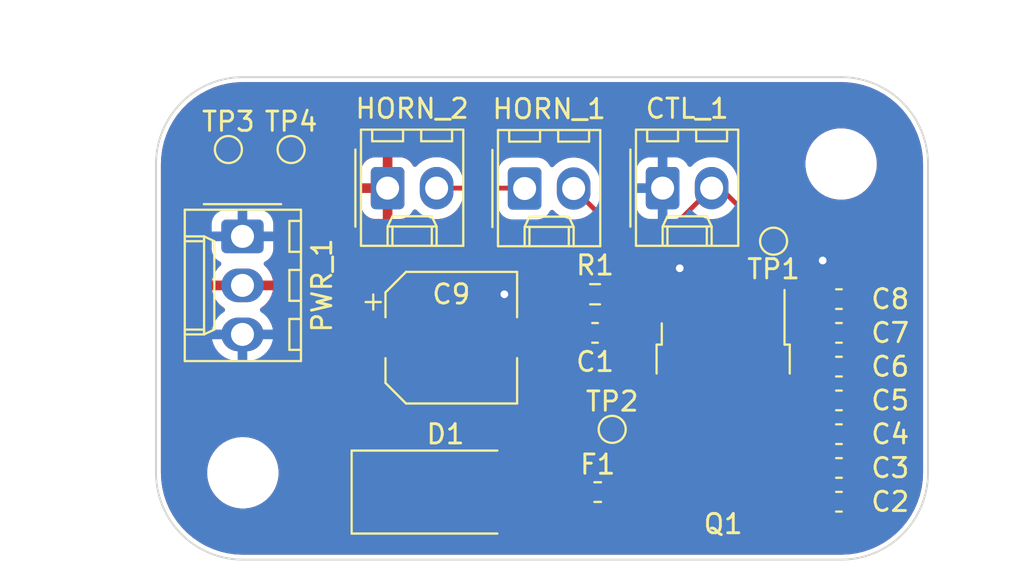
<source format=kicad_pcb>
(kicad_pcb (version 20240108) (generator "pcbnew") (generator_version "8.0")
  (title_block (title "Template") (date "2022-08-16") (rev "0.0") (company "Illini Solar Car") (comment 1 "Designed By: Your Name"))
  (layers (0 "F.Cu" signal) (31 "B.Cu" signal) (34 "B.Paste" user) (35 "F.Paste" user) (36 "B.SilkS" user "B.Silkscreen") (37 "F.SilkS" user "F.Silkscreen") (38 "B.Mask" user) (39 "F.Mask" user) (44 "Edge.Cuts" user))
  (net 0 "")
  (net 1 "Net-(C1-Pad1)")
  (net 2 "Net-(Q1-G)")
  (net 3 "GND")
  (net 4 "+24V")
  (net 5 "/HORN_IN")
  (net 6 "Net-(Q1-D)")
  (net 7 "/HORN_CTL")
  (net 8 "Net-(HORN_1-Pin_1)")
  (footprint "MountingHole:MountingHole_3.2mm_M3" (layer "F.Cu") (at 109.000002 26.499998 180)
    (property "Reference" "REF**" (hide yes))
    (property "Value" "MountingHole_3.2mm_M3")
    (pad "" np_thru_hole circle (at 0 0 180) (size 3.2 3.2) (drill 3.2) (layers "*.Cu" "*.Mask"))
  )
  (footprint "Package_TO_SOT_SMD:TO-252-2" (layer "F.Cu") (at 102.8875 38.3275 -90)
    (property "Reference" "Q1" (at 6.825 0 180) (layer "F.SilkS"))
    (property "Value" "IRFR010PBF")
    (fp_line (start -2.47 3.45) (end -2.47 3.18) (stroke (width 0.12)) (layer "F.SilkS"))
    (fp_line (start -0.97 3.45) (end -2.47 3.45) (stroke (width 0.12)) (layer "F.SilkS"))
    (fp_line (start -2.47 3.18) (end -3.57 3.18) (stroke (width 0.12)) (layer "F.SilkS"))
    (fp_line (start -2.47 -3.18) (end -5.3 -3.18) (stroke (width 0.12)) (layer "F.SilkS"))
    (fp_line (start -2.47 -3.45) (end -2.47 -3.18) (stroke (width 0.12)) (layer "F.SilkS"))
    (fp_line (start -0.97 -3.45) (end -2.47 -3.45) (stroke (width 0.12)) (layer "F.SilkS"))
    (pad "1" smd rect (at -4.2 -2.28 270) (size 2.2 1.2) (layers "F.Cu" "F.Paste" "F.Mask") (net 2 "Net-(Q1-G)"))
    (pad "2" smd rect (at 2.1 0 270) (size 6.4 5.8) (layers "F.Cu" "F.Mask") (net 6 "Net-(Q1-D)"))
    (pad "3" smd rect (at -4.2 2.28 270) (size 2.2 1.2) (layers "F.Cu" "F.Paste" "F.Mask") (net 3 "GND"))
  )
  (footprint "Capacitor_SMD:C_0603_1608Metric_Pad1.08x0.95mm_HandSolder" (layer "F.Cu") (at 108.8875 42.25 180)
    (property "Reference" "C3" (at -2.6575 0 180) (layer "F.SilkS"))
    (property "Value" ".1uF")
    (fp_line (start -0.146267 0.51) (end 0.146267 0.51) (stroke (width 0.12)) (layer "F.SilkS"))
    (fp_line (start -0.146267 -0.51) (end 0.146267 -0.51) (stroke (width 0.12)) (layer "F.SilkS"))
    (pad "1" smd roundrect (at -0.8625 0 180) (size 1.075 0.95) (layers "F.Cu" "F.Paste" "F.Mask") (net 4 "+24V"))
    (pad "2" smd roundrect (at 0.8625 0 180) (size 1.075 0.95) (layers "F.Cu" "F.Paste" "F.Mask") (net 3 "GND"))
  )
  (footprint "Connector_Molex:Molex_KK-254_AE-6410-02A_1x02_P2.54mm_Vertical" (layer "F.Cu") (at 92.6 27.77)
    (property "Reference" "HORN_1" (at 1.27 -4.12 0) (layer "F.SilkS"))
    (property "Value" "Conn_01x02")
    (fp_line (start -1.67 -2) (end -1.67 2) (stroke (width 0.12)) (layer "F.SilkS"))
    (fp_line (start -1.38 -3.03) (end -1.38 2.99) (stroke (width 0.12)) (layer "F.SilkS"))
    (fp_line (start -1.38 2.99) (end 3.92 2.99) (stroke (width 0.12)) (layer "F.SilkS"))
    (fp_line (start -0.8 -3.03) (end -0.8 -2.43) (stroke (width 0.12)) (layer "F.SilkS"))
    (fp_line (start -0.8 -2.43) (end 0.8 -2.43) (stroke (width 0.12)) (layer "F.SilkS"))
    (fp_line (start 0 1.99) (end 0.25 1.46) (stroke (width 0.12)) (layer "F.SilkS"))
    (fp_line (start 0 1.99) (end 2.54 1.99) (stroke (width 0.12)) (layer "F.SilkS"))
    (fp_line (start 0 2.99) (end 0 1.99) (stroke (width 0.12)) (layer "F.SilkS"))
    (fp_line (start 0.25 1.46) (end 2.29 1.46) (stroke (width 0.12)) (layer "F.SilkS"))
    (fp_line (start 0.25 2.99) (end 0.25 1.99) (stroke (width 0.12)) (layer "F.SilkS"))
    (fp_line (start 0.8 -2.43) (end 0.8 -3.03) (stroke (width 0.12)) (layer "F.SilkS"))
    (fp_line (start 1.74 -3.03) (end 1.74 -2.43) (stroke (width 0.12)) (layer "F.SilkS"))
    (fp_line (start 1.74 -2.43) (end 3.34 -2.43) (stroke (width 0.12)) (layer "F.SilkS"))
    (fp_line (start 2.29 1.46) (end 2.54 1.99) (stroke (width 0.12)) (layer "F.SilkS"))
    (fp_line (start 2.29 2.99) (end 2.29 1.99) (stroke (width 0.12)) (layer "F.SilkS"))
    (fp_line (start 2.54 1.99) (end 2.54 2.99) (stroke (width 0.12)) (layer "F.SilkS"))
    (fp_line (start 3.34 -2.43) (end 3.34 -3.03) (stroke (width 0.12)) (layer "F.SilkS"))
    (fp_line (start 3.92 -3.03) (end -1.38 -3.03) (stroke (width 0.12)) (layer "F.SilkS"))
    (fp_line (start 3.92 2.99) (end 3.92 -3.03) (stroke (width 0.12)) (layer "F.SilkS"))
    (pad "1" thru_hole roundrect (at 0 0) (size 1.74 2.19) (drill 1.19) (layers "*.Cu" "*.Mask") (roundrect_rratio 0.143678) (net 8 "Net-(HORN_1-Pin_1)"))
    (pad "2" thru_hole oval (at 2.54 0) (size 1.74 2.19) (drill 1.19) (layers "*.Cu" "*.Mask") (net 5 "/HORN_IN"))
  )
  (footprint "Diode_SMD:D_SMA-SMB_Universal_Handsoldering" (layer "F.Cu") (at 88.4875 43.5)
    (property "Reference" "D1" (at 0.0125 -3 0) (layer "F.SilkS"))
    (property "Value" "ES2DA-13-F")
    (fp_line (start -4.85 -2.15) (end -4.85 2.15) (stroke (width 0.12)) (layer "F.SilkS"))
    (fp_line (start -4.85 -2.15) (end 2.7 -2.15) (stroke (width 0.12)) (layer "F.SilkS"))
    (fp_line (start -4.85 2.15) (end 2.7 2.15) (stroke (width 0.12)) (layer "F.SilkS"))
    (pad "1" smd trapezoid (at -2.9 0) (size 3.6 1.7) (rect_delta 0.6 0) (layers "F.Cu" "F.Paste" "F.Mask") (net 4 "+24V"))
    (pad "2" smd trapezoid (at 2.9 0 180) (size 3.6 1.7) (rect_delta 0.6 0) (layers "F.Cu" "F.Paste" "F.Mask") (net 5 "/HORN_IN"))
  )
  (footprint "Connector_Molex:Molex_KK-254_AE-6410-02A_1x02_P2.54mm_Vertical" (layer "F.Cu") (at 85.5 27.75)
    (property "Reference" "HORN_2" (at 1.27 -4.12 0) (layer "F.SilkS"))
    (property "Value" "Conn_01x02")
    (fp_line (start -1.67 -2) (end -1.67 2) (stroke (width 0.12)) (layer "F.SilkS"))
    (fp_line (start -1.38 -3.03) (end -1.38 2.99) (stroke (width 0.12)) (layer "F.SilkS"))
    (fp_line (start -1.38 2.99) (end 3.92 2.99) (stroke (width 0.12)) (layer "F.SilkS"))
    (fp_line (start -0.8 -3.03) (end -0.8 -2.43) (stroke (width 0.12)) (layer "F.SilkS"))
    (fp_line (start -0.8 -2.43) (end 0.8 -2.43) (stroke (width 0.12)) (layer "F.SilkS"))
    (fp_line (start 0 1.99) (end 0.25 1.46) (stroke (width 0.12)) (layer "F.SilkS"))
    (fp_line (start 0 1.99) (end 2.54 1.99) (stroke (width 0.12)) (layer "F.SilkS"))
    (fp_line (start 0 2.99) (end 0 1.99) (stroke (width 0.12)) (layer "F.SilkS"))
    (fp_line (start 0.25 1.46) (end 2.29 1.46) (stroke (width 0.12)) (layer "F.SilkS"))
    (fp_line (start 0.25 2.99) (end 0.25 1.99) (stroke (width 0.12)) (layer "F.SilkS"))
    (fp_line (start 0.8 -2.43) (end 0.8 -3.03) (stroke (width 0.12)) (layer "F.SilkS"))
    (fp_line (start 1.74 -3.03) (end 1.74 -2.43) (stroke (width 0.12)) (layer "F.SilkS"))
    (fp_line (start 1.74 -2.43) (end 3.34 -2.43) (stroke (width 0.12)) (layer "F.SilkS"))
    (fp_line (start 2.29 1.46) (end 2.54 1.99) (stroke (width 0.12)) (layer "F.SilkS"))
    (fp_line (start 2.29 2.99) (end 2.29 1.99) (stroke (width 0.12)) (layer "F.SilkS"))
    (fp_line (start 2.54 1.99) (end 2.54 2.99) (stroke (width 0.12)) (layer "F.SilkS"))
    (fp_line (start 3.34 -2.43) (end 3.34 -3.03) (stroke (width 0.12)) (layer "F.SilkS"))
    (fp_line (start 3.92 -3.03) (end -1.38 -3.03) (stroke (width 0.12)) (layer "F.SilkS"))
    (fp_line (start 3.92 2.99) (end 3.92 -3.03) (stroke (width 0.12)) (layer "F.SilkS"))
    (pad "1" thru_hole roundrect (at 0 0) (size 1.74 2.19) (drill 1.19) (layers "*.Cu" "*.Mask") (roundrect_rratio 0.143678) (net 4 "+24V"))
    (pad "2" thru_hole oval (at 2.54 0) (size 1.74 2.19) (drill 1.19) (layers "*.Cu" "*.Mask") (net 8 "Net-(HORN_1-Pin_1)"))
  )
  (footprint "TestPoint:TestPoint_Pad_D1.0mm" (layer "F.Cu") (at 80.5 25.75)
    (property "Reference" "TP4" (at 0 -1.448 0) (layer "F.SilkS"))
    (property "Value" "TestPoint")
    (fp_circle (center 0 0) (end 0 0.7) (stroke (width 0.12)) (fill none) (layer "F.SilkS"))
    (pad "1" smd circle (at 0 0) (size 1 1) (layers "F.Cu" "F.Mask") (net 3 "GND"))
  )
  (footprint "TestPoint:TestPoint_Pad_D1.0mm" (layer "F.Cu") (at 97.1375 40.25)
    (property "Reference" "TP2" (at 0 -1.448 0) (layer "F.SilkS"))
    (property "Value" "TestPoint")
    (fp_circle (center 0 0) (end 0 0.7) (stroke (width 0.12)) (fill none) (layer "F.SilkS"))
    (pad "1" smd circle (at 0 0) (size 1 1) (layers "F.Cu" "F.Mask") (net 5 "/HORN_IN"))
  )
  (footprint "Capacitor_SMD:C_0603_1608Metric_Pad1.08x0.95mm_HandSolder" (layer "F.Cu") (at 108.8875 37 180)
    (property "Reference" "C6" (at -2.6575 0 180) (layer "F.SilkS"))
    (property "Value" "1uF")
    (fp_line (start -0.146267 0.51) (end 0.146267 0.51) (stroke (width 0.12)) (layer "F.SilkS"))
    (fp_line (start -0.146267 -0.51) (end 0.146267 -0.51) (stroke (width 0.12)) (layer "F.SilkS"))
    (pad "1" smd roundrect (at -0.8625 0 180) (size 1.075 0.95) (layers "F.Cu" "F.Paste" "F.Mask") (net 4 "+24V"))
    (pad "2" smd roundrect (at 0.8625 0 180) (size 1.075 0.95) (layers "F.Cu" "F.Paste" "F.Mask") (net 3 "GND"))
  )
  (footprint "Capacitor_SMD:C_0603_1608Metric_Pad1.08x0.95mm_HandSolder" (layer "F.Cu") (at 96.25 35.25)
    (property "Reference" "C1" (at 0 1.5 0) (layer "F.SilkS"))
    (property "Value" ".1uF")
    (fp_line (start -0.146267 -0.51) (end 0.146267 -0.51) (stroke (width 0.12)) (layer "F.SilkS"))
    (fp_line (start -0.146267 0.51) (end 0.146267 0.51) (stroke (width 0.12)) (layer "F.SilkS"))
    (pad "1" smd roundrect (at -0.8625 0) (size 1.075 0.95) (layers "F.Cu" "F.Paste" "F.Mask") (net 1 "Net-(C1-Pad1)"))
    (pad "2" smd roundrect (at 0.8625 0) (size 1.075 0.95) (layers "F.Cu" "F.Paste" "F.Mask") (net 2 "Net-(Q1-G)"))
  )
  (footprint "Capacitor_SMD:C_0603_1608Metric_Pad1.08x0.95mm_HandSolder" (layer "F.Cu") (at 108.8875 40.5 180)
    (property "Reference" "C4" (at -2.6575 0 180) (layer "F.SilkS"))
    (property "Value" ".1uF")
    (fp_line (start -0.146267 0.51) (end 0.146267 0.51) (stroke (width 0.12)) (layer "F.SilkS"))
    (fp_line (start -0.146267 -0.51) (end 0.146267 -0.51) (stroke (width 0.12)) (layer "F.SilkS"))
    (pad "1" smd roundrect (at -0.8625 0 180) (size 1.075 0.95) (layers "F.Cu" "F.Paste" "F.Mask") (net 4 "+24V"))
    (pad "2" smd roundrect (at 0.8625 0 180) (size 1.075 0.95) (layers "F.Cu" "F.Paste" "F.Mask") (net 3 "GND"))
  )
  (footprint "Capacitor_SMD:C_0603_1608Metric_Pad1.08x0.95mm_HandSolder" (layer "F.Cu") (at 108.8875 44 180)
    (property "Reference" "C2" (at -2.6575 0 180) (layer "F.SilkS"))
    (property "Value" ".1uF")
    (fp_line (start -0.146267 0.51) (end 0.146267 0.51) (stroke (width 0.12)) (layer "F.SilkS"))
    (fp_line (start -0.146267 -0.51) (end 0.146267 -0.51) (stroke (width 0.12)) (layer "F.SilkS"))
    (pad "1" smd roundrect (at -0.8625 0 180) (size 1.075 0.95) (layers "F.Cu" "F.Paste" "F.Mask") (net 4 "+24V"))
    (pad "2" smd roundrect (at 0.8625 0 180) (size 1.075 0.95) (layers "F.Cu" "F.Paste" "F.Mask") (net 3 "GND"))
  )
  (footprint "Capacitor_SMD:C_0603_1608Metric_Pad1.08x0.95mm_HandSolder" (layer "F.Cu") (at 108.8875 38.75 180)
    (property "Reference" "C5" (at -2.6575 0 180) (layer "F.SilkS"))
    (property "Value" "1uF")
    (fp_line (start -0.146267 0.51) (end 0.146267 0.51) (stroke (width 0.12)) (layer "F.SilkS"))
    (fp_line (start -0.146267 -0.51) (end 0.146267 -0.51) (stroke (width 0.12)) (layer "F.SilkS"))
    (pad "1" smd roundrect (at -0.8625 0 180) (size 1.075 0.95) (layers "F.Cu" "F.Paste" "F.Mask") (net 4 "+24V"))
    (pad "2" smd roundrect (at 0.8625 0 180) (size 1.075 0.95) (layers "F.Cu" "F.Paste" "F.Mask") (net 3 "GND"))
  )
  (footprint "Capacitor_SMD:C_0603_1608Metric_Pad1.08x0.95mm_HandSolder" (layer "F.Cu") (at 108.8875 33.5 180)
    (property "Reference" "C8" (at -2.6575 0 180) (layer "F.SilkS"))
    (property "Value" "10uF")
    (fp_line (start -0.146267 0.51) (end 0.146267 0.51) (stroke (width 0.12)) (layer "F.SilkS"))
    (fp_line (start -0.146267 -0.51) (end 0.146267 -0.51) (stroke (width 0.12)) (layer "F.SilkS"))
    (pad "1" smd roundrect (at -0.8625 0 180) (size 1.075 0.95) (layers "F.Cu" "F.Paste" "F.Mask") (net 4 "+24V"))
    (pad "2" smd roundrect (at 0.8625 0 180) (size 1.075 0.95) (layers "F.Cu" "F.Paste" "F.Mask") (net 3 "GND"))
  )
  (footprint "Connector_Molex:Molex_KK-254_AE-6410-03A_1x03_P2.54mm_Vertical" (layer "F.Cu") (at 77.98 30.25 -90)
    (property "Reference" "PWR_1" (at 2.54 -4.12 90) (layer "F.SilkS"))
    (property "Value" "Conn_01x03")
    (fp_line (start -1.38 2.99) (end 6.46 2.99) (stroke (width 0.12)) (layer "F.SilkS"))
    (fp_line (start 0 2.99) (end 0 1.99) (stroke (width 0.12)) (layer "F.SilkS"))
    (fp_line (start 0.25 2.99) (end 0.25 1.99) (stroke (width 0.12)) (layer "F.SilkS"))
    (fp_line (start 4.83 2.99) (end 4.83 1.99) (stroke (width 0.12)) (layer "F.SilkS"))
    (fp_line (start 6.46 2.99) (end 6.46 -3.03) (stroke (width 0.12)) (layer "F.SilkS"))
    (fp_line (start 0 1.99) (end 5.08 1.99) (stroke (width 0.12)) (layer "F.SilkS"))
    (fp_line (start 0 1.99) (end 0.25 1.46) (stroke (width 0.12)) (layer "F.SilkS"))
    (fp_line (start 5.08 1.99) (end 5.08 2.99) (stroke (width 0.12)) (layer "F.SilkS"))
    (fp_line (start 0.25 1.46) (end 4.83 1.46) (stroke (width 0.12)) (layer "F.SilkS"))
    (fp_line (start 4.83 1.46) (end 5.08 1.99) (stroke (width 0.12)) (layer "F.SilkS"))
    (fp_line (start -1.67 -2) (end -1.67 2) (stroke (width 0.12)) (layer "F.SilkS"))
    (fp_line (start -0.8 -2.43) (end 0.8 -2.43) (stroke (width 0.12)) (layer "F.SilkS"))
    (fp_line (start 0.8 -2.43) (end 0.8 -3.03) (stroke (width 0.12)) (layer "F.SilkS"))
    (fp_line (start 1.74 -2.43) (end 3.34 -2.43) (stroke (width 0.12)) (layer "F.SilkS"))
    (fp_line (start 3.34 -2.43) (end 3.34 -3.03) (stroke (width 0.12)) (layer "F.SilkS"))
    (fp_line (start 4.28 -2.43) (end 5.88 -2.43) (stroke (width 0.12)) (layer "F.SilkS"))
    (fp_line (start 5.88 -2.43) (end 5.88 -3.03) (stroke (width 0.12)) (layer "F.SilkS"))
    (fp_line (start -1.38 -3.03) (end -1.38 2.99) (stroke (width 0.12)) (layer "F.SilkS"))
    (fp_line (start -0.8 -3.03) (end -0.8 -2.43) (stroke (width 0.12)) (layer "F.SilkS"))
    (fp_line (start 1.74 -3.03) (end 1.74 -2.43) (stroke (width 0.12)) (layer "F.SilkS"))
    (fp_line (start 4.28 -3.03) (end 4.28 -2.43) (stroke (width 0.12)) (layer "F.SilkS"))
    (fp_line (start 6.46 -3.03) (end -1.38 -3.03) (stroke (width 0.12)) (layer "F.SilkS"))
    (pad "1" thru_hole roundrect (at 0 0 270) (size 1.74 2.19) (drill 1.19) (layers "*.Cu" "*.Mask") (roundrect_rratio 0.143678) (net 3 "GND"))
    (pad "2" thru_hole oval (at 2.54 0 270) (size 1.74 2.19) (drill 1.19) (layers "*.Cu" "*.Mask") (net 4 "+24V"))
    (pad "3" thru_hole oval (at 5.08 0 270) (size 1.74 2.19) (drill 1.19) (layers "*.Cu" "*.Mask") (net 3 "GND"))
  )
  (footprint "Fuse:Fuse_0603_1608Metric_Pad1.05x0.95mm_HandSolder" (layer "F.Cu") (at 96.3875 43.5)
    (property "Reference" "F1" (at 0 -1.43 0) (layer "F.SilkS"))
    (property "Value" "2A")
    (fp_line (start -0.171267 -0.51) (end 0.171267 -0.51) (stroke (width 0.12)) (layer "F.SilkS"))
    (fp_line (start -0.171267 0.51) (end 0.171267 0.51) (stroke (width 0.12)) (layer "F.SilkS"))
    (pad "1" smd roundrect (at -0.875 0) (size 1.05 0.95) (layers "F.Cu" "F.Paste" "F.Mask") (net 5 "/HORN_IN"))
    (pad "2" smd roundrect (at 0.875 0) (size 1.05 0.95) (layers "F.Cu" "F.Paste" "F.Mask") (net 6 "Net-(Q1-D)"))
  )
  (footprint "MountingHole:MountingHole_3.2mm_M3" (layer "F.Cu") (at 78 42.5)
    (property "Reference" "REF**" (hide yes))
    (property "Value" "MountingHole_3.2mm_M3")
    (pad "" np_thru_hole circle (at 0 0) (size 3.2 3.2) (drill 3.2) (layers "*.Cu" "*.Mask"))
  )
  (footprint "TestPoint:TestPoint_Pad_D1.0mm" (layer "F.Cu") (at 105.5 30.5 180)
    (property "Reference" "TP1" (at 0 -1.448 0) (layer "F.SilkS"))
    (property "Value" "TestPoint")
    (fp_circle (center 0 0) (end 0 0.7) (stroke (width 0.12)) (fill none) (layer "F.SilkS"))
    (pad "1" smd circle (at 0 0 180) (size 1 1) (layers "F.Cu" "F.Mask") (net 7 "/HORN_CTL"))
  )
  (footprint "TestPoint:TestPoint_Pad_D1.0mm" (layer "F.Cu") (at 77.25 25.75)
    (property "Reference" "TP3" (at 0 -1.448 0) (layer "F.SilkS"))
    (property "Value" "TestPoint")
    (fp_circle (center 0 0) (end 0 0.7) (stroke (width 0.12)) (fill none) (layer "F.SilkS"))
    (pad "1" smd circle (at 0 0) (size 1 1) (layers "F.Cu" "F.Mask") (net 4 "+24V"))
  )
  (footprint "Capacitor_SMD:CP_Elec_6.3x3" (layer "F.Cu") (at 88.8 35.5)
    (property "Reference" "C9" (at 0 -2.25 0) (layer "F.SilkS"))
    (property "Value" "C_Polarized_Small_US")
    (fp_line (start -4.4375 -1.8475) (end -3.65 -1.8475) (stroke (width 0.12)) (layer "F.SilkS"))
    (fp_line (start -4.04375 -2.24125) (end -4.04375 -1.45375) (stroke (width 0.12)) (layer "F.SilkS"))
    (fp_line (start -3.41 -2.345563) (end -3.41 -1.06) (stroke (width 0.12)) (layer "F.SilkS"))
    (fp_line (start -3.41 -2.345563) (end -2.345563 -3.41) (stroke (width 0.12)) (layer "F.SilkS"))
    (fp_line (start -3.41 2.345563) (end -3.41 1.06) (stroke (width 0.12)) (layer "F.SilkS"))
    (fp_line (start -3.41 2.345563) (end -2.345563 3.41) (stroke (width 0.12)) (layer "F.SilkS"))
    (fp_line (start -2.345563 -3.41) (end 3.41 -3.41) (stroke (width 0.12)) (layer "F.SilkS"))
    (fp_line (start -2.345563 3.41) (end 3.41 3.41) (stroke (width 0.12)) (layer "F.SilkS"))
    (fp_line (start 3.41 -3.41) (end 3.41 -1.06) (stroke (width 0.12)) (layer "F.SilkS"))
    (fp_line (start 3.41 3.41) (end 3.41 1.06) (stroke (width 0.12)) (layer "F.SilkS"))
    (pad "1" smd roundrect (at -2.7 0) (size 3.5 1.6) (layers "F.Cu" "F.Paste" "F.Mask") (roundrect_rratio 0.15625) (net 4 "+24V"))
    (pad "2" smd roundrect (at 2.7 0) (size 3.5 1.6) (layers "F.Cu" "F.Paste" "F.Mask") (roundrect_rratio 0.15625) (net 3 "GND"))
  )
  (footprint "Resistor_SMD:R_0603_1608Metric_Pad0.98x0.95mm_HandSolder" (layer "F.Cu") (at 96.25 33.25 180)
    (property "Reference" "R1" (at 0 1.5 0) (layer "F.SilkS"))
    (property "Value" "1K")
    (fp_line (start -0.254724 0.5225) (end 0.254724 0.5225) (stroke (width 0.12)) (layer "F.SilkS"))
    (fp_line (start -0.254724 -0.5225) (end 0.254724 -0.5225) (stroke (width 0.12)) (layer "F.SilkS"))
    (pad "1" smd roundrect (at -0.9125 0 180) (size 0.975 0.95) (layers "F.Cu" "F.Paste" "F.Mask") (net 7 "/HORN_CTL"))
    (pad "2" smd roundrect (at 0.9125 0 180) (size 0.975 0.95) (layers "F.Cu" "F.Paste" "F.Mask") (net 1 "Net-(C1-Pad1)"))
  )
  (footprint "Capacitor_SMD:C_0603_1608Metric_Pad1.08x0.95mm_HandSolder" (layer "F.Cu") (at 108.8875 35.25 180)
    (property "Reference" "C7" (at -2.6575 0 180) (layer "F.SilkS"))
    (property "Value" "10uF")
    (fp_line (start -0.146267 0.51) (end 0.146267 0.51) (stroke (width 0.12)) (layer "F.SilkS"))
    (fp_line (start -0.146267 -0.51) (end 0.146267 -0.51) (stroke (width 0.12)) (layer "F.SilkS"))
    (pad "1" smd roundrect (at -0.8625 0 180) (size 1.075 0.95) (layers "F.Cu" "F.Paste" "F.Mask") (net 4 "+24V"))
    (pad "2" smd roundrect (at 0.8625 0 180) (size 1.075 0.95) (layers "F.Cu" "F.Paste" "F.Mask") (net 3 "GND"))
  )
  (footprint "Connector_Molex:Molex_KK-254_AE-6410-02A_1x02_P2.54mm_Vertical" (layer "F.Cu") (at 99.75 27.75)
    (property "Reference" "CTL_1" (at 1.27 -4.12 0) (layer "F.SilkS"))
    (property "Value" "Conn_01x02")
    (fp_line (start -1.67 -2) (end -1.67 2) (stroke (width 0.12)) (layer "F.SilkS"))
    (fp_line (start -1.38 -3.03) (end -1.38 2.99) (stroke (width 0.12)) (layer "F.SilkS"))
    (fp_line (start -1.38 2.99) (end 3.92 2.99) (stroke (width 0.12)) (layer "F.SilkS"))
    (fp_line (start -0.8 -3.03) (end -0.8 -2.43) (stroke (width 0.12)) (layer "F.SilkS"))
    (fp_line (start -0.8 -2.43) (end 0.8 -2.43) (stroke (width 0.12)) (layer "F.SilkS"))
    (fp_line (start 0 1.99) (end 0.25 1.46) (stroke (width 0.12)) (layer "F.SilkS"))
    (fp_line (start 0 1.99) (end 2.54 1.99) (stroke (width 0.12)) (layer "F.SilkS"))
    (fp_line (start 0 2.99) (end 0 1.99) (stroke (width 0.12)) (layer "F.SilkS"))
    (fp_line (start 0.25 1.46) (end 2.29 1.46) (stroke (width 0.12)) (layer "F.SilkS"))
    (fp_line (start 0.25 2.99) (end 0.25 1.99) (stroke (width 0.12)) (layer "F.SilkS"))
    (fp_line (start 0.8 -2.43) (end 0.8 -3.03) (stroke (width 0.12)) (layer "F.SilkS"))
    (fp_line (start 1.74 -3.03) (end 1.74 -2.43) (stroke (width 0.12)) (layer "F.SilkS"))
    (fp_line (start 1.74 -2.43) (end 3.34 -2.43) (stroke (width 0.12)) (layer "F.SilkS"))
    (fp_line (start 2.29 1.46) (end 2.54 1.99) (stroke (width 0.12)) (layer "F.SilkS"))
    (fp_line (start 2.29 2.99) (end 2.29 1.99) (stroke (width 0.12)) (layer "F.SilkS"))
    (fp_line (start 2.54 1.99) (end 2.54 2.99) (stroke (width 0.12)) (layer "F.SilkS"))
    (fp_line (start 3.34 -2.43) (end 3.34 -3.03) (stroke (width 0.12)) (layer "F.SilkS"))
    (fp_line (start 3.92 -3.03) (end -1.38 -3.03) (stroke (width 0.12)) (layer "F.SilkS"))
    (fp_line (start 3.92 2.99) (end 3.92 -3.03) (stroke (width 0.12)) (layer "F.SilkS"))
    (pad "1" thru_hole roundrect (at 0 0) (size 1.74 2.19) (drill 1.19) (layers "*.Cu" "*.Mask") (roundrect_rratio 0.143678) (net 3 "GND"))
    (pad "2" thru_hole oval (at 2.54 0) (size 1.74 2.19) (drill 1.19) (layers "*.Cu" "*.Mask") (net 7 "/HORN_CTL"))
  )
  (gr_arc (start 78 47) (mid 74.818019 45.681981) (end 73.5 42.5) (stroke (width 0.1)) (layer "Edge.Cuts"))
  (gr_line (start 109 47) (end 78 47) (stroke (width 0.1)) (layer "Edge.Cuts"))
  (gr_arc (start 109 22) (mid 112.181981 23.318019) (end 113.5 26.5) (stroke (width 0.1)) (layer "Edge.Cuts"))
  (gr_line (start 78 22) (end 109 22) (stroke (width 0.1)) (layer "Edge.Cuts"))
  (gr_arc (start 113.5 42.5) (mid 112.181981 45.681981) (end 109 47) (stroke (width 0.1)) (layer "Edge.Cuts"))
  (gr_line (start 73.5 42.5) (end 73.5 26.5) (stroke (width 0.1)) (layer "Edge.Cuts"))
  (gr_line (start 113.5 26.5) (end 113.5 42.5) (stroke (width 0.1)) (layer "Edge.Cuts"))
  (gr_arc (start 73.5 26.5) (mid 74.818019 23.318019) (end 78 22) (stroke (width 0.1)) (layer "Edge.Cuts"))
  (segment (start 95.3375 35.2) (end 95.3875 35.25) (width 0.25) (layer "F.Cu") (net 1))
  (segment (start 95.3375 33.25) (end 95.3375 35.2) (width 0.25) (layer "F.Cu") (net 1))
  (segment (start 95.525 33.2875) (end 95.5625 33.25) (width 0.25) (layer "F.Cu") (net 1))
  (segment (start 97.415 35.5525) (end 103.7425 35.5525) (width 0.25) (layer "F.Cu") (net 2))
  (segment (start 103.7425 35.5525) (end 105.1675 34.1275) (width 0.25) (layer "F.Cu") (net 2))
  (segment (start 97.1125 35.25) (end 97.415 35.5525) (width 0.25) (layer "F.Cu") (net 2))
  (segment (start 108.045 31.5) (end 108.045 33.48) (width 0.25) (layer "F.Cu") (net 3))
  (segment (start 108.025 42.25) (end 108.025 44) (width 0.25) (layer "F.Cu") (net 3))
  (segment (start 91.55 33.25) (end 91.55 35.45) (width 0.25) (layer "F.Cu") (net 3))
  (segment (start 100.6375 34.695) (end 100.6075 34.725) (width 0.25) (layer "F.Cu") (net 3))
  (segment (start 108.025 38.75) (end 108.025 40.5) (width 0.25) (layer "F.Cu") (net 3))
  (segment (start 108.025 40.5) (end 108.025 42.25) (width 0.25) (layer "F.Cu") (net 3))
  (segment (start 91.55 35.45) (end 91.5 35.5) (width 0.25) (layer "F.Cu") (net 3))
  (segment (start 108.025 33.5) (end 108.025 35.25) (width 0.25) (layer "F.Cu") (net 3))
  (segment (start 100.6375 31.9025) (end 100.6375 34.0975) (width 0.25) (layer "F.Cu") (net 3))
  (segment (start 108.025 35.25) (end 108.025 37) (width 0.25) (layer "F.Cu") (net 3))
  (segment (start 108.045 33.48) (end 108.025 33.5) (width 0.25) (layer "F.Cu") (net 3))
  (segment (start 77.98 28.27) (end 80.5 25.75) (width 0.25) (layer "F.Cu") (net 3))
  (segment (start 108.025 37) (end 108.025 38.75) (width 0.25) (layer "F.Cu") (net 3))
  (segment (start 77.98 30.25) (end 77.98 28.27) (width 0.25) (layer "F.Cu") (net 3))
  (via (at 108.045 31.5) (size 0.8) (drill 0.4) (layers "F.Cu" "B.Cu") (net 3))
  (via (at 100.6375 31.9025) (size 0.8) (drill 0.4) (layers "F.Cu" "B.Cu") (net 3))
  (via (at 91.55 33.25) (size 0.8) (drill 0.4) (layers "F.Cu" "B.Cu") (net 3))
  (segment (start 95.14 27.77) (end 96.25 28.88) (width 0.25) (layer "F.Cu") (net 5))
  (segment (start 95.5125 43.5) (end 91.3875 43.5) (width 0.25) (layer "F.Cu") (net 5))
  (segment (start 97.1375 40.25) (end 97.1375 42.1775) (width 0.25) (layer "F.Cu") (net 5))
  (segment (start 96.25 39.3625) (end 96.25 28.88) (width 0.25) (layer "F.Cu") (net 5))
  (segment (start 96.25 39.3625) (end 97.1375 40.25) (width 0.25) (layer "F.Cu") (net 5))
  (segment (start 95.815 43.5) (end 97.1375 42.1775) (width 0.25) (layer "F.Cu") (net 5))
  (segment (start 95.5125 43.5) (end 95.815 43.5) (width 0.25) (layer "F.Cu") (net 5))
  (segment (start 102.8875 40.4275) (end 99.815 43.5) (width 0.25) (layer "F.Cu") (net 6))
  (segment (start 99.815 43.5) (end 97.2625 43.5) (width 0.25) (layer "F.Cu") (net 6))
  (segment (start 97.1625 32.8775) (end 102.29 27.75) (width 0.25) (layer "F.Cu") (net 7))
  (segment (start 105.5 30.5) (end 102.75 27.75) (width 0.25) (layer "F.Cu") (net 7))
  (segment (start 102.75 27.75) (end 102.29 27.75) (width 0.25) (layer "F.Cu") (net 7))
  (segment (start 102.29 27.75) (end 102.29 27.79) (width 0.25) (layer "F.Cu") (net 7))
  (segment (start 97.1625 33.25) (end 97.1625 32.8775) (width 0.25) (layer "F.Cu") (net 7))
  (segment (start 92.58 27.75) (end 92.6 27.77) (width 0.25) (layer "F.Cu") (net 8))
  (segment (start 88.04 27.75) (end 92.58 27.75) (width 0.25) (layer "F.Cu") (net 8))
  (zone (net 4) (net_name "+24V") (layer "F.Cu") (connect_pads (clearance 0.508)) (min_thickness 0.25) (fill yes (thermal_gap 0.5) (thermal_bridge_width 0.5))
    (polygon (pts (xy 73.5 22) (xy 113.5 22) (xy 113.5 47) (xy 73.5 47)))
  )
  (zone (net 3) (net_name "GND") (layer "B.Cu") (priority 1) (connect_pads (clearance 0.508)) (min_thickness 0.25) (fill yes (thermal_gap 0.5) (thermal_bridge_width 0.5))
    (polygon (pts (xy 73.5 22) (xy 113.5 22) (xy 113.5 47) (xy 73.5 47)))
  )
)
</source>
